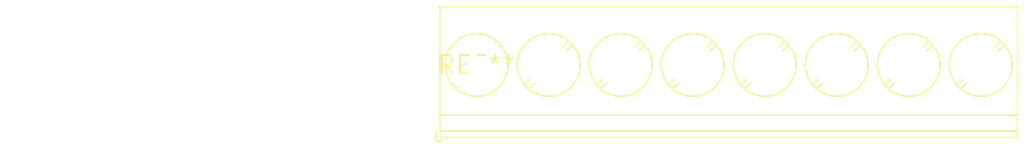
<source format=kicad_pcb>
(kicad_pcb (version 20240108) (generator pcbnew)
  (layers (0 "F.Cu" signal) (31 "B.Cu" signal) (34 "B.Paste" user) (35 "F.Paste" user) (36 "B.SilkS" user "B.Silkscreen") (37 "F.SilkS" user "F.Silkscreen") (38 "B.Mask" user) (39 "F.Mask" user) (44 "Edge.Cuts" user))
  (net 0 "")
  (footprint "TerminalBlock_Phoenix_PT-1,5-8-5.0-H_1x08_P5.00mm_Horizontal" (layer "F.Cu") (at 0 0)
    (property "Reference" "REF**")
    (property "Value" "TerminalBlock_Phoenix_PT-1,5-8-5.0-H_1x08_P5.00mm_Horizontal")
    (fp_line (start -2.8 4.66) (end -2.8 5.3) (layer "F.SilkS") (stroke (width 0.12)))
    (fp_line (start -2.8 5.3) (end -2.4 5.3) (layer "F.SilkS") (stroke (width 0.12)))
    (fp_line (start -2.56 -4.06) (end -2.56 5.06) (layer "F.SilkS") (stroke (width 0.12)))
    (fp_line (start -2.56 -4.06) (end 37.56 -4.06) (layer "F.SilkS") (stroke (width 0.12)))
    (fp_line (start -2.56 3.5) (end 37.56 3.5) (layer "F.SilkS") (stroke (width 0.12)))
    (fp_line (start -2.56 4.6) (end 37.56 4.6) (layer "F.SilkS") (stroke (width 0.12)))
    (fp_line (start -2.56 5.06) (end 37.56 5.06) (layer "F.SilkS") (stroke (width 0.12)))
    (fp_line (start -1.548 1.281) (end -1.654 1.388) (layer "F.SilkS") (stroke (width 0.12)))
    (fp_line (start -1.282 1.547) (end -1.388 1.654) (layer "F.SilkS") (stroke (width 0.12)))
    (fp_line (start 1.388 -1.654) (end 1.281 -1.547) (layer "F.SilkS") (stroke (width 0.12)))
    (fp_line (start 1.654 -1.388) (end 1.547 -1.281) (layer "F.SilkS") (stroke (width 0.12)))
    (fp_line (start 3.742 0.992) (end 3.347 1.388) (layer "F.SilkS") (stroke (width 0.12)))
    (fp_line (start 3.993 1.274) (end 3.613 1.654) (layer "F.SilkS") (stroke (width 0.12)))
    (fp_line (start 6.388 -1.654) (end 6.008 -1.274) (layer "F.SilkS") (stroke (width 0.12)))
    (fp_line (start 6.654 -1.388) (end 6.259 -0.992) (layer "F.SilkS") (stroke (width 0.12)))
    (fp_line (start 8.742 0.992) (end 8.347 1.388) (layer "F.SilkS") (stroke (width 0.12)))
    (fp_line (start 8.993 1.274) (end 8.613 1.654) (layer "F.SilkS") (stroke (width 0.12)))
    (fp_line (start 11.388 -1.654) (end 11.008 -1.274) (layer "F.SilkS") (stroke (width 0.12)))
    (fp_line (start 11.654 -1.388) (end 11.259 -0.992) (layer "F.SilkS") (stroke (width 0.12)))
    (fp_line (start 13.742 0.992) (end 13.347 1.388) (layer "F.SilkS") (stroke (width 0.12)))
    (fp_line (start 13.993 1.274) (end 13.613 1.654) (layer "F.SilkS") (stroke (width 0.12)))
    (fp_line (start 16.388 -1.654) (end 16.008 -1.274) (layer "F.SilkS") (stroke (width 0.12)))
    (fp_line (start 16.654 -1.388) (end 16.259 -0.992) (layer "F.SilkS") (stroke (width 0.12)))
    (fp_line (start 18.742 0.992) (end 18.347 1.388) (layer "F.SilkS") (stroke (width 0.12)))
    (fp_line (start 18.993 1.274) (end 18.613 1.654) (layer "F.SilkS") (stroke (width 0.12)))
    (fp_line (start 21.388 -1.654) (end 21.008 -1.274) (layer "F.SilkS") (stroke (width 0.12)))
    (fp_line (start 21.654 -1.388) (end 21.259 -0.992) (layer "F.SilkS") (stroke (width 0.12)))
    (fp_line (start 23.742 0.992) (end 23.347 1.388) (layer "F.SilkS") (stroke (width 0.12)))
    (fp_line (start 23.993 1.274) (end 23.613 1.654) (layer "F.SilkS") (stroke (width 0.12)))
    (fp_line (start 26.388 -1.654) (end 26.008 -1.274) (layer "F.SilkS") (stroke (width 0.12)))
    (fp_line (start 26.654 -1.388) (end 26.259 -0.992) (layer "F.SilkS") (stroke (width 0.12)))
    (fp_line (start 28.742 0.992) (end 28.347 1.388) (layer "F.SilkS") (stroke (width 0.12)))
    (fp_line (start 28.993 1.274) (end 28.613 1.654) (layer "F.SilkS") (stroke (width 0.12)))
    (fp_line (start 31.388 -1.654) (end 31.008 -1.274) (layer "F.SilkS") (stroke (width 0.12)))
    (fp_line (start 31.654 -1.388) (end 31.259 -0.992) (layer "F.SilkS") (stroke (width 0.12)))
    (fp_line (start 33.742 0.992) (end 33.347 1.388) (layer "F.SilkS") (stroke (width 0.12)))
    (fp_line (start 33.993 1.274) (end 33.613 1.654) (layer "F.SilkS") (stroke (width 0.12)))
    (fp_line (start 36.388 -1.654) (end 36.008 -1.274) (layer "F.SilkS") (stroke (width 0.12)))
    (fp_line (start 36.654 -1.388) (end 36.259 -0.992) (layer "F.SilkS") (stroke (width 0.12)))
    (fp_line (start 37.56 -4.06) (end 37.56 5.06) (layer "F.SilkS") (stroke (width 0.12)))
    (fp_circle (center 0 0) (end 2.18 0) (layer "F.SilkS") (stroke (width 0.12)) (fill none))
    (fp_circle (center 5 0) (end 7.18 0) (layer "F.SilkS") (stroke (width 0.12)) (fill none))
    (fp_circle (center 10 0) (end 12.18 0) (layer "F.SilkS") (stroke (width 0.12)) (fill none))
    (fp_circle (center 15 0) (end 17.18 0) (layer "F.SilkS") (stroke (width 0.12)) (fill none))
    (fp_circle (center 20 0) (end 22.18 0) (layer "F.SilkS") (stroke (width 0.12)) (fill none))
    (fp_circle (center 25 0) (end 27.18 0) (layer "F.SilkS") (stroke (width 0.12)) (fill none))
    (fp_circle (center 30 0) (end 32.18 0) (layer "F.SilkS") (stroke (width 0.12)) (fill none))
    (fp_circle (center 35 0) (end 37.18 0) (layer "F.SilkS") (stroke (width 0.12)) (fill none))
    (pad "1" thru_hole rect (at 0 0) (size 2.6 2.6) (drill 1.3) (layers *.Cu *.Mask) (remove_unused_layers))
    (pad "2" thru_hole circle (at 5 0) (size 2.6 2.6) (drill 1.3) (layers *.Cu *.Mask) (remove_unused_layers))
    (pad "3" thru_hole circle (at 10 0) (size 2.6 2.6) (drill 1.3) (layers *.Cu *.Mask) (remove_unused_layers))
    (pad "4" thru_hole circle (at 15 0) (size 2.6 2.6) (drill 1.3) (layers *.Cu *.Mask) (remove_unused_layers))
    (pad "5" thru_hole circle (at 20 0) (size 2.6 2.6) (drill 1.3) (layers *.Cu *.Mask) (remove_unused_layers))
    (pad "6" thru_hole circle (at 25 0) (size 2.6 2.6) (drill 1.3) (layers *.Cu *.Mask) (remove_unused_layers))
    (pad "7" thru_hole circle (at 30 0) (size 2.6 2.6) (drill 1.3) (layers *.Cu *.Mask) (remove_unused_layers))
    (pad "8" thru_hole circle (at 35 0) (size 2.6 2.6) (drill 1.3) (layers *.Cu *.Mask) (remove_unused_layers))
  )
)
</source>
